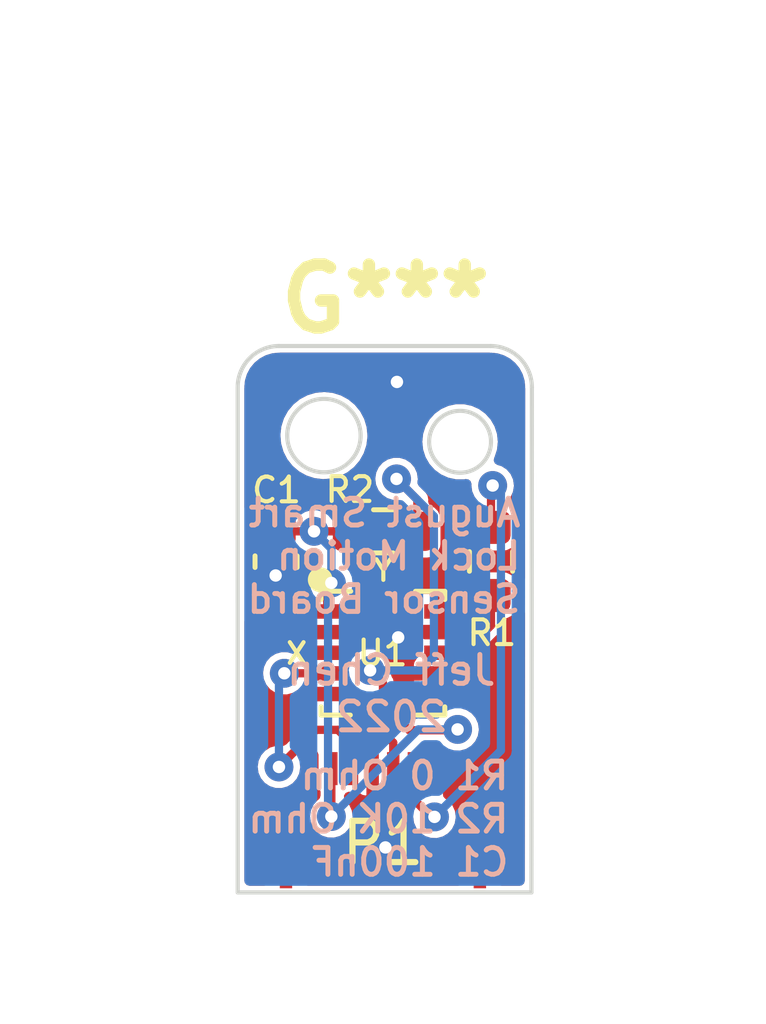
<source format=kicad_pcb>
(kicad_pcb (version 20211014) (generator pcbnew)
  (title_block (rev "1"))
  (layers (0 "F.Cu" signal "Front") (31 "B.Cu" signal "Back") (34 "B.Paste" user) (35 "F.Paste" user) (36 "B.SilkS" user "B.Silkscreen") (37 "F.SilkS" user "F.Silkscreen") (38 "B.Mask" user) (39 "F.Mask" user) (44 "Edge.Cuts" user))
  (net 0 "")
  (net 1 "/Vcc")
  (net 2 "/GND")
  (net 4 "/INT1")
  (net 5 "/SDA")
  (net 6 "/SCL")
  (net 7 "Net-(R1-Pad2)")
  (net 8 "Net-(R2-Pad1)")
  (footprint "August Lock Motion Board:PCB Outline" (layer "F.Cu") (at 139.52 100.57)
    (fp_text reference "G***" (at 0.02 -6.43) (layer "F.SilkS") (effects (font (size 1.524 1.524) (thickness 0.3))))
    (fp_text value "LOGO" hide)
  )
  (footprint "August Lock Motion Board:Motion_Chip" (layer "F.Cu") (at 139.24 97.6125)
    (fp_text reference "U1" (at 0.23 5.1075 unlocked) (layer "F.SilkS") (effects (font (size 0.6 0.6) (thickness 0.1))))
    (fp_text value "Motion_Sensor_Chip")
    (fp_line (start -1.26 6.61) (end -1.26 6.41) (layer "F.SilkS") (width 0.12))
    (fp_line (start -0.54 3.61) (end -1.26 3.61) (layer "F.SilkS") (width 0.12))
    (fp_line (start 1.74 3.61) (end 1.74 3.81) (layer "F.SilkS") (width 0.12))
    (fp_line (start -1.26 3.61) (end -0.88 3.61) (layer "F.SilkS") (width 0.12))
    (fp_line (start 1.74 6.61) (end 1.74 6.41) (layer "F.SilkS") (width 0.12))
    (fp_line (start -1.26 6.61) (end -0.55 6.61) (layer "F.SilkS") (width 0.12))
    (fp_line (start 1.06 6.61) (end 1.74 6.61) (layer "F.SilkS") (width 0.12))
    (fp_line (start 1.74 3.61) (end 1.03 3.61) (layer "F.SilkS") (width 0.12))
    (fp_line (start -1.26 3.61) (end -1.26 3.81) (layer "F.SilkS") (width 0.12))
    (fp_circle (center -1.28 3.33) (end -1.279999 3.33) (layer "F.SilkS") (width 0.3) (fill none))
    (pad "1" smd rect (at -1.11 4.1) (size 0.7 0.35) (layers "F.Cu" "F.Paste" "F.Mask") (net 1 "/Vcc"))
    (pad "2" smd rect (at -1.11 4.6) (size 0.7 0.35) (layers "F.Cu" "F.Paste" "F.Mask"))
    (pad "3" smd rect (at -1.11 5.1) (size 0.7 0.35) (layers "F.Cu" "F.Paste" "F.Mask"))
    (pad "4" smd rect (at -1.11 5.6) (size 0.7 0.35) (layers "F.Cu" "F.Paste" "F.Mask") (net 6 "/SCL"))
    (pad "5" smd rect (at -1.11 6.1) (size 0.7 0.35) (layers "F.Cu" "F.Paste" "F.Mask") (net 2 "/GND"))
    (pad "6" smd rect (at -0.26 6.44) (size 0.3 0.65) (layers "F.Cu" "F.Paste" "F.Mask") (net 5 "/SDA"))
    (pad "7" smd rect (at 0.24 6.44) (size 0.3 0.65) (layers "F.Cu" "F.Paste" "F.Mask") (net 8 "Net-(R2-Pad1)"))
    (pad "8" smd rect (at 0.74 6.44) (size 0.3 0.65) (layers "F.Cu" "F.Paste" "F.Mask") (net 1 "/Vcc"))
    (pad "9" smd rect (at 1.59 6.1) (size 0.7 0.35) (layers "F.Cu" "F.Paste" "F.Mask"))
    (pad "10" smd rect (at 1.59 5.6) (size 0.7 0.35) (layers "F.Cu" "F.Paste" "F.Mask") (net 2 "/GND"))
    (pad "11" smd rect (at 1.59 5.1) (size 0.7 0.35) (layers "F.Cu" "F.Paste" "F.Mask") (net 7 "Net-(R1-Pad2)"))
    (pad "12" smd rect (at 1.59 4.6) (size 0.7 0.35) (layers "F.Cu" "F.Paste" "F.Mask") (net 2 "/GND"))
    (pad "13" smd rect (at 1.59 4.1) (size 0.7 0.35) (layers "F.Cu" "F.Paste" "F.Mask") (net 2 "/GND"))
    (pad "14" smd rect (at 0.74 3.79) (size 0.3 0.65) (layers "F.Cu" "F.Paste" "F.Mask") (net 1 "/Vcc"))
    (pad "15" smd rect (at 0.24 3.79) (size 0.3 0.65) (layers "F.Cu" "F.Paste" "F.Mask") (net 2 "/GND"))
    (pad "16" smd rect (at -0.26 3.79) (size 0.3 0.65) (layers "F.Cu" "F.Paste" "F.Mask") (net 2 "/GND"))
  )
  (footprint "Capacitor_SMD:C_0603_1608Metric" (layer "F.Cu") (at 136.89 100.505 -90)
    (fp_text reference "C1" (at -1.735 -0.01 180) (layer "F.SilkS") (effects (font (size 0.6 0.6) (thickness 0.1))))
    (fp_text value "120nF")
    (fp_line (start -0.14058 0.51) (end 0.14058 0.51) (layer "F.SilkS") (width 0.12))
    (fp_line (start -0.14058 -0.51) (end 0.14058 -0.51) (layer "F.SilkS") (width 0.12))
    (pad "1" smd roundrect (at -0.775 0 270) (size 0.9 0.95) (layers "F.Cu" "F.Paste" "F.Mask") (net 1 "/Vcc"))
    (pad "2" smd roundrect (at 0.775 0 270) (size 0.9 0.95) (layers "F.Cu" "F.Paste" "F.Mask") (net 2 "/GND"))
  )
  (footprint "Resistor_SMD:R_0603_1608Metric" (layer "F.Cu") (at 139.49 99.77 180)
    (fp_text reference "R2" (at 0.81 1.01) (layer "F.SilkS") (effects (font (size 0.6 0.6) (thickness 0.1))))
    (fp_text value "10K Ohm")
    (fp_line (start -0.237258 -0.5225) (end 0.237258 -0.5225) (layer "F.SilkS") (width 0.12))
    (fp_line (start -0.237258 0.5225) (end 0.237258 0.5225) (layer "F.SilkS") (width 0.12))
    (pad "1" smd roundrect (at -0.825 0 180) (size 0.8 0.95) (layers "F.Cu" "F.Paste" "F.Mask") (net 8 "Net-(R2-Pad1)"))
    (pad "2" smd roundrect (at 0.825 0 180) (size 0.8 0.95) (layers "F.Cu" "F.Paste" "F.Mask") (net 1 "/Vcc"))
  )
  (footprint "August Lock Motion Board:Ribbon Connector" (layer "F.Cu") (at 138.22 102.62)
    (fp_text reference "P1" (at 1.26 4.71 unlocked) (layer "F.SilkS"))
    (fp_text value "Ribbon_Cable_Connector")
    (pad "1" smd rect (at 2.51 2.9) (size 0.3 0.8) (layers "F.Cu" "F.Paste" "F.Mask"))
    (pad "2" smd rect (at 2.01 2.9) (size 0.3 0.8) (layers "F.Cu" "F.Paste" "F.Mask") (net 4 "/INT1"))
    (pad "3" smd rect (at 1.51 2.9) (size 0.3 0.8) (layers "F.Cu" "F.Paste" "F.Mask") (net 5 "/SDA"))
    (pad "4" smd rect (at 1.01 2.9) (size 0.3 0.8) (layers "F.Cu" "F.Paste" "F.Mask") (net 2 "/GND"))
    (pad "5" smd rect (at 0.51 2.9) (size 0.3 0.8) (layers "F.Cu" "F.Paste" "F.Mask") (net 6 "/SCL"))
    (pad "6" smd rect (at 0.01 2.9) (size 0.3 0.8) (layers "F.Cu" "F.Paste" "F.Mask") (net 1 "/Vcc"))
    (pad "S1" smd rect (at -1.09 5.4) (size 0.3 0.8) (layers "F.Cu" "F.Paste" "F.Mask") (net 2 "/GND"))
    (pad "S2" smd rect (at 3.61 5.4) (size 0.3 0.8) (layers "F.Cu" "F.Paste" "F.Mask") (net 2 "/GND"))
  )
  (footprint "Resistor_SMD:R_0603_1608Metric" (layer "F.Cu") (at 142.1 100.5 -90)
    (fp_text reference "R1" (at 1.73 -0.02) (layer "F.SilkS") (effects (font (size 0.6 0.6) (thickness 0.1))))
    (fp_text value "0 Ohm")
    (fp_line (start -0.237258 0.5225) (end 0.237258 0.5225) (layer "F.SilkS") (width 0.12))
    (fp_line (start -0.237258 -0.5225) (end 0.237258 -0.5225) (layer "F.SilkS") (width 0.12))
    (pad "1" smd roundrect (at -0.825 0 270) (size 0.8 0.95) (layers "F.Cu" "F.Paste" "F.Mask") (net 4 "/INT1"))
    (pad "2" smd roundrect (at 0.825 0 270) (size 0.8 0.95) (layers "F.Cu" "F.Paste" "F.Mask") (net 7 "Net-(R1-Pad2)"))
  )
  (gr_line (start 136.96 95.279551) (end 142.09 95.279551) (layer "Edge.Cuts") (width 0.1))
  (gr_line (start 135.959551 96.28) (end 135.96 108.52) (layer "Edge.Cuts") (width 0.1))
  (gr_arc (start 142.09 95.279551) (mid 142.797424 95.572576) (end 143.090449 96.28) (layer "Edge.Cuts") (width 0.1))
  (gr_line (start 143.090449 96.28) (end 143.08 108.52) (layer "Edge.Cuts") (width 0.1))
  (gr_arc (start 135.959551 96.28) (mid 136.252576 95.572576) (end 136.96 95.279551) (layer "Edge.Cuts") (width 0.1))
  (gr_circle (center 141.35 97.6) (end 142.1 97.6) (layer "Edge.Cuts") (width 0.1) (fill none))
  (gr_line (start 143.08 108.52) (end 135.96 108.52) (layer "Edge.Cuts") (width 0.1))
  (gr_circle (center 138.05 97.45) (end 138.94 97.45) (layer "Edge.Cuts") (width 0.1) (fill none))
  (gr_text "August Smart\nLock Motion\nSensor Board" (at 142.88 100.37) (layer "B.SilkS") (effects (font (size 0.65 0.65) (thickness 0.12)) (justify left mirror)))
  (gr_text "R1 0 Ohm\nR2 10K Ohm\nC1 100nF" (at 142.59 106.74) (layer "B.SilkS") (effects (font (size 0.65 0.65) (thickness 0.12)) (justify left mirror)))
  (gr_text "Jeff Chen\n2022" (at 139.68 103.7) (layer "B.SilkS") (effects (font (size 0.7 0.7) (thickness 0.12)) (justify mirror)))
  (gr_text "Y" (at 139.49 100.72) (layer "F.SilkS") (effects (font (size 0.5 0.5) (thickness 0.1))))
  (gr_text "X" (at 137.39 102.73) (layer "F.SilkS") (effects (font (size 0.5 0.5) (thickness 0.1))))
  (segment (start 139.98 104.45) (end 139.98 104.05) (width 0.2) (layer "F.Cu") (net 1))
  (segment (start 141.23 104.59) (end 140.12 104.59) (width 0.2) (layer "F.Cu") (net 1))
  (segment (start 141.29 104.57) (end 141.25 104.57) (width 0.2) (layer "F.Cu") (net 1))
  (segment (start 138.23 105.52) (end 138.23 106.68) (width 0.2) (layer "F.Cu") (net 1))
  (segment (start 137.81 99.77) (end 136.93 99.77) (width 0.2) (layer "F.Cu") (net 1))
  (segment (start 141.25 104.57) (end 141.23 104.59) (width 0.2) (layer "F.Cu") (net 1))
  (segment (start 139.98 100.9075) (end 139.98 101.4) (width 0.2) (layer "F.Cu") (net 1))
  (segment (start 138.23 101.02) (end 138.13 101.12) (width 0.2) (layer "F.Cu") (net 1))
  (segment (start 137.81 99.77) (end 138.66 99.77) (width 0.2) (layer "F.Cu") (net 1))
  (segment (start 140.12 104.59) (end 139.98 104.45) (width 0.2) (layer "F.Cu") (net 1))
  (segment (start 138.8425 99.77) (end 139.98 100.9075) (width 0.2) (layer "F.Cu") (net 1))
  (segment (start 138.665 99.77) (end 138.8425 99.77) (width 0.2) (layer "F.Cu") (net 1))
  (segment (start 136.93 99.77) (end 136.89 99.73) (width 0.2) (layer "F.Cu") (net 1))
  (segment (start 138.13 101.12) (end 138.13 101.71) (width 0.2) (layer "F.Cu") (net 1))
  (via (at 138.23 106.68) (size 0.7) (drill 0.3) (layers "F.Cu" "B.Cu") (net 1))
  (via (at 141.29 104.57) (size 0.7) (drill 0.3) (layers "F.Cu" "B.Cu") (net 1))
  (via (at 137.81 99.77) (size 0.7) (drill 0.3) (layers "F.Cu" "B.Cu") (net 1))
  (via (at 138.23 101.02) (size 0.7) (drill 0.3) (layers "F.Cu" "B.Cu") (net 1))
  (segment (start 140.34 104.57) (end 138.23 106.68) (width 0.2) (layer "B.Cu") (net 1))
  (segment (start 138.15 101.1) (end 138.15 106.6) (width 0.2) (layer "B.Cu") (net 1))
  (segment (start 138.23 101.02) (end 138.23 100.19) (width 0.2) (layer "B.Cu") (net 1))
  (segment (start 138.15 106.6) (end 138.23 106.68) (width 0.2) (layer "B.Cu") (net 1))
  (segment (start 138.23 101.02) (end 138.15 101.1) (width 0.2) (layer "B.Cu") (net 1))
  (segment (start 141.29 104.57) (end 140.34 104.57) (width 0.2) (layer "B.Cu") (net 1))
  (segment (start 138.23 100.19) (end 137.81 99.77) (width 0.2) (layer "B.Cu") (net 1))
  (via (at 136.88 100.84) (size 0.7) (drill 0.3) (layers "F.Cu" "B.Cu") (net 2))
  (via (at 139.82 96.15) (size 0.7) (drill 0.3) (layers "F.Cu" "B.Cu") (net 2))
  (via (at 139.85 102.34) (size 0.7) (drill 0.3) (layers "F.Cu" "B.Cu") (net 2))
  (via (at 139.54 107.43) (size 0.7) (drill 0.3) (layers "F.Cu" "B.Cu") (net 2))
  (segment (start 140.65 106.69) (end 140.23 106.27) (width 0.2) (layer "F.Cu") (net 4))
  (segment (start 140.23 106.27) (end 140.23 105.52) (width 0.2) (layer "F.Cu") (net 4))
  (segment (start 140.73 106.69) (end 140.65 106.69) (width 0.2) (layer "F.Cu") (net 4))
  (segment (start 142.1 98.7) (end 142.1 99.675) (width 0.2) (layer "F.Cu") (net 4))
  (segment (start 142.14 98.66) (end 142.1 98.7) (width 0.2) (layer "F.Cu") (net 4))
  (via (at 140.73 106.69) (size 0.7) (drill 0.3) (layers "F.Cu" "B.Cu") (net 4))
  (via (at 142.14 98.66) (size 0.7) (drill 0.3) (layers "F.Cu" "B.Cu") (net 4))
  (segment (start 142.34 105.08) (end 142.34 98.86) (width 0.2) (layer "B.Cu") (net 4))
  (segment (start 140.73 106.69) (end 142.34 105.08) (width 0.2) (layer "B.Cu") (net 4))
  (segment (start 142.34 98.86) (end 142.14 98.66) (width 0.2) (layer "B.Cu") (net 4))
  (segment (start 139.23 104.75) (end 138.98 104.5) (width 0.2) (layer "F.Cu") (net 5))
  (segment (start 139.73 105.52) (end 139.73 104.89) (width 0.2) (layer "F.Cu") (net 5))
  (segment (start 139.73 104.89) (end 139.59 104.75) (width 0.2) (layer "F.Cu") (net 5))
  (segment (start 139.59 104.75) (end 139.23 104.75) (width 0.2) (layer "F.Cu") (net 5))
  (segment (start 138.98 104.5) (end 138.98 104.05) (width 0.2) (layer "F.Cu") (net 5))
  (segment (start 137.09 103.21) (end 138.13 103.21) (width 0.2) (layer "F.Cu") (net 6))
  (segment (start 138.39 104.58) (end 138.73 104.92) (width 0.2) (layer "F.Cu") (net 6))
  (segment (start 137.86 104.58) (end 138.39 104.58) (width 0.2) (layer "F.Cu") (net 6))
  (segment (start 136.96 105.48) (end 137.86 104.58) (width 0.2) (layer "F.Cu") (net 6))
  (segment (start 138.73 104.92) (end 138.73 105.52) (width 0.2) (layer "F.Cu") (net 6))
  (via (at 136.96 105.48) (size 0.7) (drill 0.3) (layers "F.Cu" "B.Cu") (net 6))
  (via (at 137.09 103.21) (size 0.7) (drill 0.3) (layers "F.Cu" "B.Cu") (net 6))
  (segment (start 136.96 105.48) (end 136.96 103.34) (width 0.2) (layer "B.Cu") (net 6))
  (segment (start 136.96 103.34) (end 137.09 103.21) (width 0.2) (layer "B.Cu") (net 6))
  (segment (start 141.44 102.71) (end 140.83 102.71) (width 0.2) (layer "F.Cu") (net 7))
  (segment (start 142.1 101.325) (end 142.1 102.05) (width 0.2) (layer "F.Cu") (net 7))
  (segment (start 142.1 102.05) (end 141.44 102.71) (width 0.2) (layer "F.Cu") (net 7))
  (segment (start 139.48 103.45) (end 139.48 104.05) (width 0.2) (layer "F.Cu") (net 8))
  (segment (start 139.17 103.14) (end 139.48 103.45) (width 0.2) (layer "F.Cu") (net 8))
  (segment (start 140.315 99.77) (end 140.315 99.005) (width 0.2) (layer "F.Cu") (net 8))
  (segment (start 140.315 99.005) (end 139.81 98.5) (width 0.2) (layer "F.Cu") (net 8))
  (via (at 139.81 98.5) (size 0.7) (drill 0.3) (layers "F.Cu" "B.Cu") (net 8))
  (via (at 139.17 103.14) (size 0.7) (drill 0.3) (layers "F.Cu" "B.Cu") (net 8))
  (segment (start 139.17 103.14) (end 140.385 103.14) (width 0.2) (layer "B.Cu") (net 8))
  (segment (start 140.716 99.406) (end 139.81 98.5) (width 0.2) (layer "B.Cu") (net 8))
  (segment (start 140.385 103.14) (end 140.716 102.809) (width 0.2) (layer "B.Cu") (net 8))
  (segment (start 140.716 102.809) (end 140.716 99.406) (width 0.2) (layer "B.Cu") (net 8))
  (zone (net 2) (net_name "/GND") (layers F&B.Cu) (connect_pads (clearance 0.16)) (min_thickness 0.25) (fill yes (thermal_gap 0.25) (thermal_bridge_width 0.5))
    (polygon (pts (xy 146.32 111.73) (xy 133.42 111.73) (xy 133.42 92.05) (xy 146.32 92.05)))
  )
)
</source>
